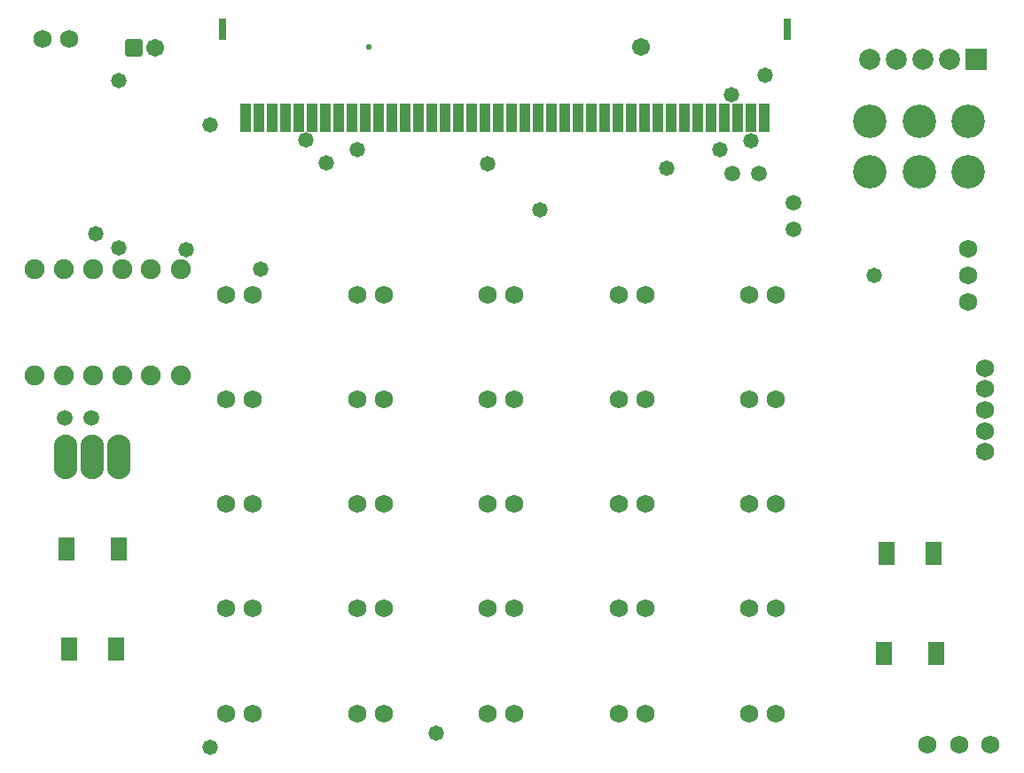
<source format=gts>
G04 Layer_Color=20142*
%FSLAX44Y44*%
%MOMM*%
G71*
G01*
G75*
%ADD36R,1.6032X2.3032*%
%ADD37R,1.0032X2.7032*%
%ADD38C,1.7272*%
%ADD39R,0.7032X2.0032*%
%ADD40C,1.7032*%
%ADD41C,0.5842*%
%ADD42C,1.5032*%
%ADD43C,3.2032*%
%ADD44R,2.0032X2.0032*%
%ADD45C,2.0032*%
G04:AMPARAMS|DCode=46|XSize=1.7032mm|YSize=1.7032mm|CornerRadius=0.2891mm|HoleSize=0mm|Usage=FLASHONLY|Rotation=180.000|XOffset=0mm|YOffset=0mm|HoleType=Round|Shape=RoundedRectangle|*
%AMROUNDEDRECTD46*
21,1,1.7032,1.1250,0,0,180.0*
21,1,1.1250,1.7032,0,0,180.0*
1,1,0.5782,-0.5625,0.5625*
1,1,0.5782,0.5625,0.5625*
1,1,0.5782,0.5625,-0.5625*
1,1,0.5782,-0.5625,-0.5625*
%
%ADD46ROUNDEDRECTD46*%
%ADD47C,1.9032*%
%ADD48O,2.2352X4.2672*%
%ADD49C,1.4732*%
D36*
X1169000Y637000D02*
D03*
X1166500Y732500D02*
D03*
X1121500D02*
D03*
X1119000Y637000D02*
D03*
X339000Y737000D02*
D03*
X341500Y641500D02*
D03*
X386500D02*
D03*
X389000Y737000D02*
D03*
D37*
X573130Y1149340D02*
D03*
X585830D02*
D03*
X598530D02*
D03*
X623930D02*
D03*
X611230D02*
D03*
X547730D02*
D03*
X560430D02*
D03*
X535030D02*
D03*
X522330D02*
D03*
X509630D02*
D03*
X700130D02*
D03*
X712830D02*
D03*
X725530D02*
D03*
X750930D02*
D03*
X738230D02*
D03*
X674730D02*
D03*
X687430D02*
D03*
X662030D02*
D03*
X649330D02*
D03*
X636630D02*
D03*
X827130D02*
D03*
X839830D02*
D03*
X852530D02*
D03*
X877930D02*
D03*
X865230D02*
D03*
X801730D02*
D03*
X814430D02*
D03*
X789030D02*
D03*
X776330D02*
D03*
X763630D02*
D03*
X890630D02*
D03*
X903330D02*
D03*
X916030D02*
D03*
X941430D02*
D03*
X928730D02*
D03*
X992230D02*
D03*
X1004930D02*
D03*
X979530D02*
D03*
X966830D02*
D03*
X954130D02*
D03*
D38*
X1161000Y550000D02*
D03*
X1191000D02*
D03*
X1221000D02*
D03*
X1216000Y830000D02*
D03*
Y850000D02*
D03*
Y870000D02*
D03*
Y890000D02*
D03*
Y910000D02*
D03*
X316000Y1225000D02*
D03*
X341000D02*
D03*
X641400Y980000D02*
D03*
X616000D02*
D03*
X766400D02*
D03*
X741000D02*
D03*
X891400D02*
D03*
X866000D02*
D03*
X1016400D02*
D03*
X991000D02*
D03*
X516400Y880000D02*
D03*
X491000D02*
D03*
X641400D02*
D03*
X616000D02*
D03*
X766400D02*
D03*
X741000D02*
D03*
X891400D02*
D03*
X866000D02*
D03*
X1016400D02*
D03*
X991000D02*
D03*
X516400Y780000D02*
D03*
X491000D02*
D03*
X641400D02*
D03*
X616000D02*
D03*
X766400D02*
D03*
X741000D02*
D03*
X891400D02*
D03*
X866000D02*
D03*
X1016400D02*
D03*
X991000D02*
D03*
X516400Y680000D02*
D03*
X491000D02*
D03*
X641400D02*
D03*
X616000D02*
D03*
X766400D02*
D03*
X741000D02*
D03*
X891400D02*
D03*
X866000D02*
D03*
X1016400D02*
D03*
X991000D02*
D03*
X516400Y580000D02*
D03*
X491000D02*
D03*
X641400D02*
D03*
X616000D02*
D03*
X766400D02*
D03*
X741000D02*
D03*
X891400D02*
D03*
X866000D02*
D03*
X1016400D02*
D03*
X991000D02*
D03*
X1200000Y999000D02*
D03*
Y1024400D02*
D03*
Y973600D02*
D03*
X516400Y980000D02*
D03*
X491000D02*
D03*
D39*
X1027430Y1234440D02*
D03*
X487430D02*
D03*
D40*
X887430Y1217440D02*
D03*
X423000Y1216000D02*
D03*
D41*
X627430Y1217440D02*
D03*
D42*
X974600Y1096000D02*
D03*
X1000000D02*
D03*
X1033000Y1042600D02*
D03*
Y1068000D02*
D03*
X336600Y862000D02*
D03*
X362000D02*
D03*
D43*
X1200000Y1146000D02*
D03*
X1153000D02*
D03*
X1106000D02*
D03*
Y1098000D02*
D03*
X1153000D02*
D03*
X1200000D02*
D03*
D44*
X1207600Y1205000D02*
D03*
D45*
X1182200D02*
D03*
X1156800D02*
D03*
X1131400D02*
D03*
X1106000D02*
D03*
D46*
X403000Y1216000D02*
D03*
D47*
X448000Y903200D02*
D03*
Y1004800D02*
D03*
X392000Y903200D02*
D03*
Y1004800D02*
D03*
X336000Y903200D02*
D03*
Y1004800D02*
D03*
X364000Y903200D02*
D03*
Y1004800D02*
D03*
X308000Y903200D02*
D03*
Y1004800D02*
D03*
X419000D02*
D03*
Y903200D02*
D03*
D48*
X337600Y825300D02*
D03*
X363000D02*
D03*
X388400D02*
D03*
D49*
X475996Y547878D02*
D03*
X911860Y1101344D02*
D03*
X586800Y1106230D02*
D03*
X566928Y1128014D02*
D03*
X1005840Y1190498D02*
D03*
X452882Y1023620D02*
D03*
X1109726Y998474D02*
D03*
X524510Y1004570D02*
D03*
X388366Y1024890D02*
D03*
X366776Y1038860D02*
D03*
X790956Y1061720D02*
D03*
X962914Y1119378D02*
D03*
X973328Y1171194D02*
D03*
X992124Y1127760D02*
D03*
X388366Y1184910D02*
D03*
X475996Y1143004D02*
D03*
X741000Y1105154D02*
D03*
X616000Y1118870D02*
D03*
X691388Y561340D02*
D03*
M02*

</source>
